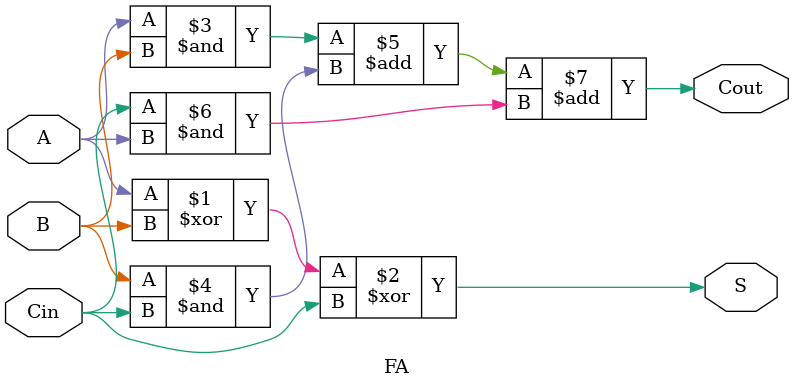
<source format=v>
module RCA #(parameter N=6) (output Cout ,output [N-1:0] Sum ,input [N-1:0] A,B, input Cin) ;
       wire [N:0] C ;
       assign C[0] = Cin ;
       genvar i ;
       generate for (i=0;i<N;i=i+1) 
                begin : RCA_loop
                  FA F(Sum[i],C[i+1],A[i],B[i],C[i]);
                end
       endgenerate
       assign Cout = C[N] ;
endmodule

module FA(S,Cout,A,B,Cin) ;
       input A,B,Cin ;
       output S , Cout ;
       assign S = A^B^Cin ;
       assign Cout = (A&B)+(B&Cin)+(Cin&A) ;
endmodule 
</source>
